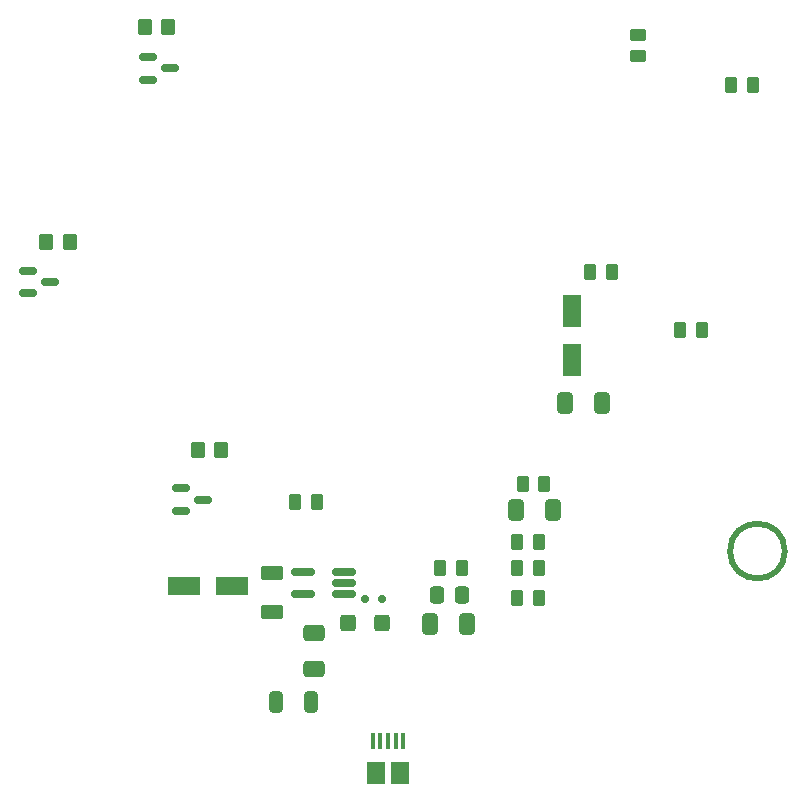
<source format=gbr>
%TF.GenerationSoftware,KiCad,Pcbnew,8.0.5*%
%TF.CreationDate,2024-10-28T11:51:33+01:00*%
%TF.ProjectId,Scent_Diffuser,5363656e-745f-4446-9966-66757365722e,rev?*%
%TF.SameCoordinates,Original*%
%TF.FileFunction,Paste,Top*%
%TF.FilePolarity,Positive*%
%FSLAX46Y46*%
G04 Gerber Fmt 4.6, Leading zero omitted, Abs format (unit mm)*
G04 Created by KiCad (PCBNEW 8.0.5) date 2024-10-28 11:51:33*
%MOMM*%
%LPD*%
G01*
G04 APERTURE LIST*
G04 Aperture macros list*
%AMRoundRect*
0 Rectangle with rounded corners*
0 $1 Rounding radius*
0 $2 $3 $4 $5 $6 $7 $8 $9 X,Y pos of 4 corners*
0 Add a 4 corners polygon primitive as box body*
4,1,4,$2,$3,$4,$5,$6,$7,$8,$9,$2,$3,0*
0 Add four circle primitives for the rounded corners*
1,1,$1+$1,$2,$3*
1,1,$1+$1,$4,$5*
1,1,$1+$1,$6,$7*
1,1,$1+$1,$8,$9*
0 Add four rect primitives between the rounded corners*
20,1,$1+$1,$2,$3,$4,$5,0*
20,1,$1+$1,$4,$5,$6,$7,0*
20,1,$1+$1,$6,$7,$8,$9,0*
20,1,$1+$1,$8,$9,$2,$3,0*%
G04 Aperture macros list end*
%ADD10C,0.500000*%
%ADD11RoundRect,0.250000X-0.262500X-0.450000X0.262500X-0.450000X0.262500X0.450000X-0.262500X0.450000X0*%
%ADD12RoundRect,0.250000X0.550000X-1.137500X0.550000X1.137500X-0.550000X1.137500X-0.550000X-1.137500X0*%
%ADD13RoundRect,0.250000X0.412500X0.650000X-0.412500X0.650000X-0.412500X-0.650000X0.412500X-0.650000X0*%
%ADD14RoundRect,0.250000X0.262500X0.450000X-0.262500X0.450000X-0.262500X-0.450000X0.262500X-0.450000X0*%
%ADD15RoundRect,0.162500X0.837500X0.162500X-0.837500X0.162500X-0.837500X-0.162500X0.837500X-0.162500X0*%
%ADD16RoundRect,0.250000X-0.350000X-0.450000X0.350000X-0.450000X0.350000X0.450000X-0.350000X0.450000X0*%
%ADD17RoundRect,0.250000X0.400000X0.450000X-0.400000X0.450000X-0.400000X-0.450000X0.400000X-0.450000X0*%
%ADD18RoundRect,0.250000X0.337500X0.475000X-0.337500X0.475000X-0.337500X-0.475000X0.337500X-0.475000X0*%
%ADD19RoundRect,0.250000X-0.700000X0.362500X-0.700000X-0.362500X0.700000X-0.362500X0.700000X0.362500X0*%
%ADD20R,0.400000X1.350000*%
%ADD21R,1.500000X1.900000*%
%ADD22RoundRect,0.250000X-0.412500X-0.650000X0.412500X-0.650000X0.412500X0.650000X-0.412500X0.650000X0*%
%ADD23RoundRect,0.150000X-0.587500X-0.150000X0.587500X-0.150000X0.587500X0.150000X-0.587500X0.150000X0*%
%ADD24RoundRect,0.250000X1.137500X0.550000X-1.137500X0.550000X-1.137500X-0.550000X1.137500X-0.550000X0*%
%ADD25RoundRect,0.250000X0.450000X-0.262500X0.450000X0.262500X-0.450000X0.262500X-0.450000X-0.262500X0*%
%ADD26RoundRect,0.250000X0.325000X0.650000X-0.325000X0.650000X-0.325000X-0.650000X0.325000X-0.650000X0*%
%ADD27RoundRect,0.250000X0.350000X0.450000X-0.350000X0.450000X-0.350000X-0.450000X0.350000X-0.450000X0*%
%ADD28RoundRect,0.150000X-0.150000X-0.200000X0.150000X-0.200000X0.150000X0.200000X-0.150000X0.200000X0*%
%ADD29RoundRect,0.250000X-0.650000X0.412500X-0.650000X-0.412500X0.650000X-0.412500X0.650000X0.412500X0*%
G04 APERTURE END LIST*
D10*
X110340000Y-159800000D02*
G75*
G02*
X105700000Y-159800000I-2320000J0D01*
G01*
X105700000Y-159800000D02*
G75*
G02*
X110340000Y-159800000I2320000J0D01*
G01*
D11*
%TO.C,R21*%
X81175000Y-161250000D03*
X83000000Y-161250000D03*
%TD*%
D12*
%TO.C,C5*%
X92303600Y-143611600D03*
X92303600Y-139486600D03*
%TD*%
D13*
%TO.C,C3*%
X83401300Y-165963600D03*
X80276300Y-165963600D03*
%TD*%
D14*
%TO.C,R15*%
X89968000Y-154087000D03*
X88143000Y-154087000D03*
%TD*%
D15*
%TO.C,U2*%
X72999600Y-163444000D03*
X72999600Y-162494000D03*
X72999600Y-161544000D03*
X69579600Y-161544000D03*
X69579600Y-163444000D03*
%TD*%
D11*
%TO.C,R2*%
X68884800Y-155676600D03*
X70709800Y-155676600D03*
%TD*%
D16*
%TO.C,R4*%
X47784000Y-133604000D03*
X49784000Y-133604000D03*
%TD*%
D17*
%TO.C,D2*%
X76250000Y-165900000D03*
X73350000Y-165900000D03*
%TD*%
D18*
%TO.C,C1*%
X83000000Y-163500000D03*
X80925000Y-163500000D03*
%TD*%
D19*
%TO.C,L1*%
X66900000Y-161637500D03*
X66900000Y-164962500D03*
%TD*%
D11*
%TO.C,R20*%
X87675000Y-161250000D03*
X89500000Y-161250000D03*
%TD*%
D20*
%TO.C,J1*%
X75450000Y-175862000D03*
X76100000Y-175862000D03*
X76750000Y-175862000D03*
X77400000Y-175862000D03*
X78050000Y-175862000D03*
D21*
X75750000Y-178562000D03*
X77750000Y-178562000D03*
%TD*%
D22*
%TO.C,C7*%
X87566100Y-156337000D03*
X90691100Y-156337000D03*
%TD*%
D14*
%TO.C,R6*%
X103312500Y-141100000D03*
X101487500Y-141100000D03*
%TD*%
D16*
%TO.C,R3*%
X56134000Y-115443000D03*
X58134000Y-115443000D03*
%TD*%
D14*
%TO.C,R1*%
X89500000Y-159000000D03*
X87675000Y-159000000D03*
%TD*%
%TO.C,R14*%
X89500000Y-163750000D03*
X87675000Y-163750000D03*
%TD*%
D23*
%TO.C,Q2*%
X46258000Y-136083000D03*
X46258000Y-137983000D03*
X48133000Y-137033000D03*
%TD*%
D24*
%TO.C,C8*%
X63562500Y-162800000D03*
X59437500Y-162800000D03*
%TD*%
D23*
%TO.C,Q3*%
X59212000Y-154498000D03*
X59212000Y-156398000D03*
X61087000Y-155448000D03*
%TD*%
D25*
%TO.C,R8*%
X97900000Y-117912500D03*
X97900000Y-116087500D03*
%TD*%
D26*
%TO.C,C4*%
X70231000Y-172593000D03*
X67281000Y-172593000D03*
%TD*%
D27*
%TO.C,R7*%
X62636400Y-151206200D03*
X60636400Y-151206200D03*
%TD*%
D28*
%TO.C,D1*%
X76200000Y-163900000D03*
X74800000Y-163900000D03*
%TD*%
D14*
%TO.C,R5*%
X95712500Y-136200000D03*
X93887500Y-136200000D03*
%TD*%
%TO.C,R9*%
X107612500Y-120300000D03*
X105787500Y-120300000D03*
%TD*%
D29*
%TO.C,C2*%
X70510400Y-166700200D03*
X70510400Y-169825200D03*
%TD*%
D22*
%TO.C,C6*%
X91744800Y-147269200D03*
X94869800Y-147269200D03*
%TD*%
D23*
%TO.C,Q1*%
X56388000Y-117983000D03*
X56388000Y-119883000D03*
X58263000Y-118933000D03*
%TD*%
M02*

</source>
